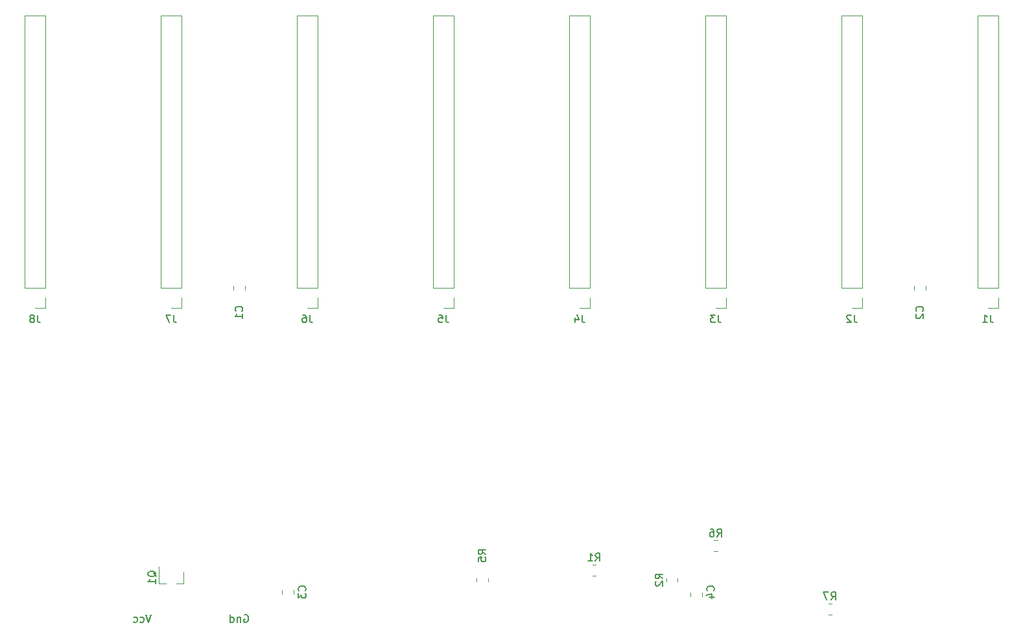
<source format=gbr>
%TF.GenerationSoftware,KiCad,Pcbnew,9.0.6*%
%TF.CreationDate,2026-01-09T18:10:27+03:00*%
%TF.ProjectId,Regs-v6,52656773-2d76-4362-9e6b-696361645f70,rev?*%
%TF.SameCoordinates,Original*%
%TF.FileFunction,Legend,Bot*%
%TF.FilePolarity,Positive*%
%FSLAX46Y46*%
G04 Gerber Fmt 4.6, Leading zero omitted, Abs format (unit mm)*
G04 Created by KiCad (PCBNEW 9.0.6) date 2026-01-09 18:10:27*
%MOMM*%
%LPD*%
G01*
G04 APERTURE LIST*
%ADD10C,0.150000*%
%ADD11C,0.120000*%
G04 APERTURE END LIST*
D10*
X43822857Y-103642438D02*
X43918095Y-103594819D01*
X43918095Y-103594819D02*
X44060952Y-103594819D01*
X44060952Y-103594819D02*
X44203809Y-103642438D01*
X44203809Y-103642438D02*
X44299047Y-103737676D01*
X44299047Y-103737676D02*
X44346666Y-103832914D01*
X44346666Y-103832914D02*
X44394285Y-104023390D01*
X44394285Y-104023390D02*
X44394285Y-104166247D01*
X44394285Y-104166247D02*
X44346666Y-104356723D01*
X44346666Y-104356723D02*
X44299047Y-104451961D01*
X44299047Y-104451961D02*
X44203809Y-104547200D01*
X44203809Y-104547200D02*
X44060952Y-104594819D01*
X44060952Y-104594819D02*
X43965714Y-104594819D01*
X43965714Y-104594819D02*
X43822857Y-104547200D01*
X43822857Y-104547200D02*
X43775238Y-104499580D01*
X43775238Y-104499580D02*
X43775238Y-104166247D01*
X43775238Y-104166247D02*
X43965714Y-104166247D01*
X43346666Y-103928152D02*
X43346666Y-104594819D01*
X43346666Y-104023390D02*
X43299047Y-103975771D01*
X43299047Y-103975771D02*
X43203809Y-103928152D01*
X43203809Y-103928152D02*
X43060952Y-103928152D01*
X43060952Y-103928152D02*
X42965714Y-103975771D01*
X42965714Y-103975771D02*
X42918095Y-104071009D01*
X42918095Y-104071009D02*
X42918095Y-104594819D01*
X42013333Y-104594819D02*
X42013333Y-103594819D01*
X42013333Y-104547200D02*
X42108571Y-104594819D01*
X42108571Y-104594819D02*
X42299047Y-104594819D01*
X42299047Y-104594819D02*
X42394285Y-104547200D01*
X42394285Y-104547200D02*
X42441904Y-104499580D01*
X42441904Y-104499580D02*
X42489523Y-104404342D01*
X42489523Y-104404342D02*
X42489523Y-104118628D01*
X42489523Y-104118628D02*
X42441904Y-104023390D01*
X42441904Y-104023390D02*
X42394285Y-103975771D01*
X42394285Y-103975771D02*
X42299047Y-103928152D01*
X42299047Y-103928152D02*
X42108571Y-103928152D01*
X42108571Y-103928152D02*
X42013333Y-103975771D01*
X31670475Y-103594819D02*
X31337142Y-104594819D01*
X31337142Y-104594819D02*
X31003809Y-103594819D01*
X30241904Y-104547200D02*
X30337142Y-104594819D01*
X30337142Y-104594819D02*
X30527618Y-104594819D01*
X30527618Y-104594819D02*
X30622856Y-104547200D01*
X30622856Y-104547200D02*
X30670475Y-104499580D01*
X30670475Y-104499580D02*
X30718094Y-104404342D01*
X30718094Y-104404342D02*
X30718094Y-104118628D01*
X30718094Y-104118628D02*
X30670475Y-104023390D01*
X30670475Y-104023390D02*
X30622856Y-103975771D01*
X30622856Y-103975771D02*
X30527618Y-103928152D01*
X30527618Y-103928152D02*
X30337142Y-103928152D01*
X30337142Y-103928152D02*
X30241904Y-103975771D01*
X29384761Y-104547200D02*
X29479999Y-104594819D01*
X29479999Y-104594819D02*
X29670475Y-104594819D01*
X29670475Y-104594819D02*
X29765713Y-104547200D01*
X29765713Y-104547200D02*
X29813332Y-104499580D01*
X29813332Y-104499580D02*
X29860951Y-104404342D01*
X29860951Y-104404342D02*
X29860951Y-104118628D01*
X29860951Y-104118628D02*
X29813332Y-104023390D01*
X29813332Y-104023390D02*
X29765713Y-103975771D01*
X29765713Y-103975771D02*
X29670475Y-103928152D01*
X29670475Y-103928152D02*
X29479999Y-103928152D01*
X29479999Y-103928152D02*
X29384761Y-103975771D01*
X75384819Y-95718333D02*
X74908628Y-95385000D01*
X75384819Y-95146905D02*
X74384819Y-95146905D01*
X74384819Y-95146905D02*
X74384819Y-95527857D01*
X74384819Y-95527857D02*
X74432438Y-95623095D01*
X74432438Y-95623095D02*
X74480057Y-95670714D01*
X74480057Y-95670714D02*
X74575295Y-95718333D01*
X74575295Y-95718333D02*
X74718152Y-95718333D01*
X74718152Y-95718333D02*
X74813390Y-95670714D01*
X74813390Y-95670714D02*
X74861009Y-95623095D01*
X74861009Y-95623095D02*
X74908628Y-95527857D01*
X74908628Y-95527857D02*
X74908628Y-95146905D01*
X74384819Y-96623095D02*
X74384819Y-96146905D01*
X74384819Y-96146905D02*
X74861009Y-96099286D01*
X74861009Y-96099286D02*
X74813390Y-96146905D01*
X74813390Y-96146905D02*
X74765771Y-96242143D01*
X74765771Y-96242143D02*
X74765771Y-96480238D01*
X74765771Y-96480238D02*
X74813390Y-96575476D01*
X74813390Y-96575476D02*
X74861009Y-96623095D01*
X74861009Y-96623095D02*
X74956247Y-96670714D01*
X74956247Y-96670714D02*
X75194342Y-96670714D01*
X75194342Y-96670714D02*
X75289580Y-96623095D01*
X75289580Y-96623095D02*
X75337200Y-96575476D01*
X75337200Y-96575476D02*
X75384819Y-96480238D01*
X75384819Y-96480238D02*
X75384819Y-96242143D01*
X75384819Y-96242143D02*
X75337200Y-96146905D01*
X75337200Y-96146905D02*
X75289580Y-96099286D01*
X105576666Y-93419819D02*
X105909999Y-92943628D01*
X106148094Y-93419819D02*
X106148094Y-92419819D01*
X106148094Y-92419819D02*
X105767142Y-92419819D01*
X105767142Y-92419819D02*
X105671904Y-92467438D01*
X105671904Y-92467438D02*
X105624285Y-92515057D01*
X105624285Y-92515057D02*
X105576666Y-92610295D01*
X105576666Y-92610295D02*
X105576666Y-92753152D01*
X105576666Y-92753152D02*
X105624285Y-92848390D01*
X105624285Y-92848390D02*
X105671904Y-92896009D01*
X105671904Y-92896009D02*
X105767142Y-92943628D01*
X105767142Y-92943628D02*
X106148094Y-92943628D01*
X104719523Y-92419819D02*
X104909999Y-92419819D01*
X104909999Y-92419819D02*
X105005237Y-92467438D01*
X105005237Y-92467438D02*
X105052856Y-92515057D01*
X105052856Y-92515057D02*
X105148094Y-92657914D01*
X105148094Y-92657914D02*
X105195713Y-92848390D01*
X105195713Y-92848390D02*
X105195713Y-93229342D01*
X105195713Y-93229342D02*
X105148094Y-93324580D01*
X105148094Y-93324580D02*
X105100475Y-93372200D01*
X105100475Y-93372200D02*
X105005237Y-93419819D01*
X105005237Y-93419819D02*
X104814761Y-93419819D01*
X104814761Y-93419819D02*
X104719523Y-93372200D01*
X104719523Y-93372200D02*
X104671904Y-93324580D01*
X104671904Y-93324580D02*
X104624285Y-93229342D01*
X104624285Y-93229342D02*
X104624285Y-92991247D01*
X104624285Y-92991247D02*
X104671904Y-92896009D01*
X104671904Y-92896009D02*
X104719523Y-92848390D01*
X104719523Y-92848390D02*
X104814761Y-92800771D01*
X104814761Y-92800771D02*
X105005237Y-92800771D01*
X105005237Y-92800771D02*
X105100475Y-92848390D01*
X105100475Y-92848390D02*
X105148094Y-92896009D01*
X105148094Y-92896009D02*
X105195713Y-92991247D01*
X43539580Y-63968333D02*
X43587200Y-63920714D01*
X43587200Y-63920714D02*
X43634819Y-63777857D01*
X43634819Y-63777857D02*
X43634819Y-63682619D01*
X43634819Y-63682619D02*
X43587200Y-63539762D01*
X43587200Y-63539762D02*
X43491961Y-63444524D01*
X43491961Y-63444524D02*
X43396723Y-63396905D01*
X43396723Y-63396905D02*
X43206247Y-63349286D01*
X43206247Y-63349286D02*
X43063390Y-63349286D01*
X43063390Y-63349286D02*
X42872914Y-63396905D01*
X42872914Y-63396905D02*
X42777676Y-63444524D01*
X42777676Y-63444524D02*
X42682438Y-63539762D01*
X42682438Y-63539762D02*
X42634819Y-63682619D01*
X42634819Y-63682619D02*
X42634819Y-63777857D01*
X42634819Y-63777857D02*
X42682438Y-63920714D01*
X42682438Y-63920714D02*
X42730057Y-63968333D01*
X43634819Y-64920714D02*
X43634819Y-64349286D01*
X43634819Y-64635000D02*
X42634819Y-64635000D01*
X42634819Y-64635000D02*
X42777676Y-64539762D01*
X42777676Y-64539762D02*
X42872914Y-64444524D01*
X42872914Y-64444524D02*
X42920533Y-64349286D01*
X132439580Y-63968333D02*
X132487200Y-63920714D01*
X132487200Y-63920714D02*
X132534819Y-63777857D01*
X132534819Y-63777857D02*
X132534819Y-63682619D01*
X132534819Y-63682619D02*
X132487200Y-63539762D01*
X132487200Y-63539762D02*
X132391961Y-63444524D01*
X132391961Y-63444524D02*
X132296723Y-63396905D01*
X132296723Y-63396905D02*
X132106247Y-63349286D01*
X132106247Y-63349286D02*
X131963390Y-63349286D01*
X131963390Y-63349286D02*
X131772914Y-63396905D01*
X131772914Y-63396905D02*
X131677676Y-63444524D01*
X131677676Y-63444524D02*
X131582438Y-63539762D01*
X131582438Y-63539762D02*
X131534819Y-63682619D01*
X131534819Y-63682619D02*
X131534819Y-63777857D01*
X131534819Y-63777857D02*
X131582438Y-63920714D01*
X131582438Y-63920714D02*
X131630057Y-63968333D01*
X131630057Y-64349286D02*
X131582438Y-64396905D01*
X131582438Y-64396905D02*
X131534819Y-64492143D01*
X131534819Y-64492143D02*
X131534819Y-64730238D01*
X131534819Y-64730238D02*
X131582438Y-64825476D01*
X131582438Y-64825476D02*
X131630057Y-64873095D01*
X131630057Y-64873095D02*
X131725295Y-64920714D01*
X131725295Y-64920714D02*
X131820533Y-64920714D01*
X131820533Y-64920714D02*
X131963390Y-64873095D01*
X131963390Y-64873095D02*
X132534819Y-64301667D01*
X132534819Y-64301667D02*
X132534819Y-64920714D01*
X51794580Y-100480833D02*
X51842200Y-100433214D01*
X51842200Y-100433214D02*
X51889819Y-100290357D01*
X51889819Y-100290357D02*
X51889819Y-100195119D01*
X51889819Y-100195119D02*
X51842200Y-100052262D01*
X51842200Y-100052262D02*
X51746961Y-99957024D01*
X51746961Y-99957024D02*
X51651723Y-99909405D01*
X51651723Y-99909405D02*
X51461247Y-99861786D01*
X51461247Y-99861786D02*
X51318390Y-99861786D01*
X51318390Y-99861786D02*
X51127914Y-99909405D01*
X51127914Y-99909405D02*
X51032676Y-99957024D01*
X51032676Y-99957024D02*
X50937438Y-100052262D01*
X50937438Y-100052262D02*
X50889819Y-100195119D01*
X50889819Y-100195119D02*
X50889819Y-100290357D01*
X50889819Y-100290357D02*
X50937438Y-100433214D01*
X50937438Y-100433214D02*
X50985057Y-100480833D01*
X50889819Y-100814167D02*
X50889819Y-101433214D01*
X50889819Y-101433214D02*
X51270771Y-101099881D01*
X51270771Y-101099881D02*
X51270771Y-101242738D01*
X51270771Y-101242738D02*
X51318390Y-101337976D01*
X51318390Y-101337976D02*
X51366009Y-101385595D01*
X51366009Y-101385595D02*
X51461247Y-101433214D01*
X51461247Y-101433214D02*
X51699342Y-101433214D01*
X51699342Y-101433214D02*
X51794580Y-101385595D01*
X51794580Y-101385595D02*
X51842200Y-101337976D01*
X51842200Y-101337976D02*
X51889819Y-101242738D01*
X51889819Y-101242738D02*
X51889819Y-100957024D01*
X51889819Y-100957024D02*
X51842200Y-100861786D01*
X51842200Y-100861786D02*
X51794580Y-100814167D01*
X105134580Y-100480833D02*
X105182200Y-100433214D01*
X105182200Y-100433214D02*
X105229819Y-100290357D01*
X105229819Y-100290357D02*
X105229819Y-100195119D01*
X105229819Y-100195119D02*
X105182200Y-100052262D01*
X105182200Y-100052262D02*
X105086961Y-99957024D01*
X105086961Y-99957024D02*
X104991723Y-99909405D01*
X104991723Y-99909405D02*
X104801247Y-99861786D01*
X104801247Y-99861786D02*
X104658390Y-99861786D01*
X104658390Y-99861786D02*
X104467914Y-99909405D01*
X104467914Y-99909405D02*
X104372676Y-99957024D01*
X104372676Y-99957024D02*
X104277438Y-100052262D01*
X104277438Y-100052262D02*
X104229819Y-100195119D01*
X104229819Y-100195119D02*
X104229819Y-100290357D01*
X104229819Y-100290357D02*
X104277438Y-100433214D01*
X104277438Y-100433214D02*
X104325057Y-100480833D01*
X104563152Y-101337976D02*
X105229819Y-101337976D01*
X104182200Y-101099881D02*
X104896485Y-100861786D01*
X104896485Y-100861786D02*
X104896485Y-101480833D01*
X32340057Y-98647261D02*
X32292438Y-98552023D01*
X32292438Y-98552023D02*
X32197200Y-98456785D01*
X32197200Y-98456785D02*
X32054342Y-98313928D01*
X32054342Y-98313928D02*
X32006723Y-98218690D01*
X32006723Y-98218690D02*
X32006723Y-98123452D01*
X32244819Y-98171071D02*
X32197200Y-98075833D01*
X32197200Y-98075833D02*
X32101961Y-97980595D01*
X32101961Y-97980595D02*
X31911485Y-97932976D01*
X31911485Y-97932976D02*
X31578152Y-97932976D01*
X31578152Y-97932976D02*
X31387676Y-97980595D01*
X31387676Y-97980595D02*
X31292438Y-98075833D01*
X31292438Y-98075833D02*
X31244819Y-98171071D01*
X31244819Y-98171071D02*
X31244819Y-98361547D01*
X31244819Y-98361547D02*
X31292438Y-98456785D01*
X31292438Y-98456785D02*
X31387676Y-98552023D01*
X31387676Y-98552023D02*
X31578152Y-98599642D01*
X31578152Y-98599642D02*
X31911485Y-98599642D01*
X31911485Y-98599642D02*
X32101961Y-98552023D01*
X32101961Y-98552023D02*
X32197200Y-98456785D01*
X32197200Y-98456785D02*
X32244819Y-98361547D01*
X32244819Y-98361547D02*
X32244819Y-98171071D01*
X32244819Y-99552023D02*
X32244819Y-98980595D01*
X32244819Y-99266309D02*
X31244819Y-99266309D01*
X31244819Y-99266309D02*
X31387676Y-99171071D01*
X31387676Y-99171071D02*
X31482914Y-99075833D01*
X31482914Y-99075833D02*
X31530533Y-98980595D01*
X120499166Y-101674819D02*
X120832499Y-101198628D01*
X121070594Y-101674819D02*
X121070594Y-100674819D01*
X121070594Y-100674819D02*
X120689642Y-100674819D01*
X120689642Y-100674819D02*
X120594404Y-100722438D01*
X120594404Y-100722438D02*
X120546785Y-100770057D01*
X120546785Y-100770057D02*
X120499166Y-100865295D01*
X120499166Y-100865295D02*
X120499166Y-101008152D01*
X120499166Y-101008152D02*
X120546785Y-101103390D01*
X120546785Y-101103390D02*
X120594404Y-101151009D01*
X120594404Y-101151009D02*
X120689642Y-101198628D01*
X120689642Y-101198628D02*
X121070594Y-101198628D01*
X120165832Y-100674819D02*
X119499166Y-100674819D01*
X119499166Y-100674819D02*
X119927737Y-101674819D01*
X141303333Y-64454819D02*
X141303333Y-65169104D01*
X141303333Y-65169104D02*
X141350952Y-65311961D01*
X141350952Y-65311961D02*
X141446190Y-65407200D01*
X141446190Y-65407200D02*
X141589047Y-65454819D01*
X141589047Y-65454819D02*
X141684285Y-65454819D01*
X140303333Y-65454819D02*
X140874761Y-65454819D01*
X140589047Y-65454819D02*
X140589047Y-64454819D01*
X140589047Y-64454819D02*
X140684285Y-64597676D01*
X140684285Y-64597676D02*
X140779523Y-64692914D01*
X140779523Y-64692914D02*
X140874761Y-64740533D01*
X123523333Y-64454819D02*
X123523333Y-65169104D01*
X123523333Y-65169104D02*
X123570952Y-65311961D01*
X123570952Y-65311961D02*
X123666190Y-65407200D01*
X123666190Y-65407200D02*
X123809047Y-65454819D01*
X123809047Y-65454819D02*
X123904285Y-65454819D01*
X123094761Y-64550057D02*
X123047142Y-64502438D01*
X123047142Y-64502438D02*
X122951904Y-64454819D01*
X122951904Y-64454819D02*
X122713809Y-64454819D01*
X122713809Y-64454819D02*
X122618571Y-64502438D01*
X122618571Y-64502438D02*
X122570952Y-64550057D01*
X122570952Y-64550057D02*
X122523333Y-64645295D01*
X122523333Y-64645295D02*
X122523333Y-64740533D01*
X122523333Y-64740533D02*
X122570952Y-64883390D01*
X122570952Y-64883390D02*
X123142380Y-65454819D01*
X123142380Y-65454819D02*
X122523333Y-65454819D01*
X105743333Y-64454819D02*
X105743333Y-65169104D01*
X105743333Y-65169104D02*
X105790952Y-65311961D01*
X105790952Y-65311961D02*
X105886190Y-65407200D01*
X105886190Y-65407200D02*
X106029047Y-65454819D01*
X106029047Y-65454819D02*
X106124285Y-65454819D01*
X105362380Y-64454819D02*
X104743333Y-64454819D01*
X104743333Y-64454819D02*
X105076666Y-64835771D01*
X105076666Y-64835771D02*
X104933809Y-64835771D01*
X104933809Y-64835771D02*
X104838571Y-64883390D01*
X104838571Y-64883390D02*
X104790952Y-64931009D01*
X104790952Y-64931009D02*
X104743333Y-65026247D01*
X104743333Y-65026247D02*
X104743333Y-65264342D01*
X104743333Y-65264342D02*
X104790952Y-65359580D01*
X104790952Y-65359580D02*
X104838571Y-65407200D01*
X104838571Y-65407200D02*
X104933809Y-65454819D01*
X104933809Y-65454819D02*
X105219523Y-65454819D01*
X105219523Y-65454819D02*
X105314761Y-65407200D01*
X105314761Y-65407200D02*
X105362380Y-65359580D01*
X87963333Y-64454819D02*
X87963333Y-65169104D01*
X87963333Y-65169104D02*
X88010952Y-65311961D01*
X88010952Y-65311961D02*
X88106190Y-65407200D01*
X88106190Y-65407200D02*
X88249047Y-65454819D01*
X88249047Y-65454819D02*
X88344285Y-65454819D01*
X87058571Y-64788152D02*
X87058571Y-65454819D01*
X87296666Y-64407200D02*
X87534761Y-65121485D01*
X87534761Y-65121485D02*
X86915714Y-65121485D01*
X70183333Y-64454819D02*
X70183333Y-65169104D01*
X70183333Y-65169104D02*
X70230952Y-65311961D01*
X70230952Y-65311961D02*
X70326190Y-65407200D01*
X70326190Y-65407200D02*
X70469047Y-65454819D01*
X70469047Y-65454819D02*
X70564285Y-65454819D01*
X69230952Y-64454819D02*
X69707142Y-64454819D01*
X69707142Y-64454819D02*
X69754761Y-64931009D01*
X69754761Y-64931009D02*
X69707142Y-64883390D01*
X69707142Y-64883390D02*
X69611904Y-64835771D01*
X69611904Y-64835771D02*
X69373809Y-64835771D01*
X69373809Y-64835771D02*
X69278571Y-64883390D01*
X69278571Y-64883390D02*
X69230952Y-64931009D01*
X69230952Y-64931009D02*
X69183333Y-65026247D01*
X69183333Y-65026247D02*
X69183333Y-65264342D01*
X69183333Y-65264342D02*
X69230952Y-65359580D01*
X69230952Y-65359580D02*
X69278571Y-65407200D01*
X69278571Y-65407200D02*
X69373809Y-65454819D01*
X69373809Y-65454819D02*
X69611904Y-65454819D01*
X69611904Y-65454819D02*
X69707142Y-65407200D01*
X69707142Y-65407200D02*
X69754761Y-65359580D01*
X52403333Y-64454819D02*
X52403333Y-65169104D01*
X52403333Y-65169104D02*
X52450952Y-65311961D01*
X52450952Y-65311961D02*
X52546190Y-65407200D01*
X52546190Y-65407200D02*
X52689047Y-65454819D01*
X52689047Y-65454819D02*
X52784285Y-65454819D01*
X51498571Y-64454819D02*
X51689047Y-64454819D01*
X51689047Y-64454819D02*
X51784285Y-64502438D01*
X51784285Y-64502438D02*
X51831904Y-64550057D01*
X51831904Y-64550057D02*
X51927142Y-64692914D01*
X51927142Y-64692914D02*
X51974761Y-64883390D01*
X51974761Y-64883390D02*
X51974761Y-65264342D01*
X51974761Y-65264342D02*
X51927142Y-65359580D01*
X51927142Y-65359580D02*
X51879523Y-65407200D01*
X51879523Y-65407200D02*
X51784285Y-65454819D01*
X51784285Y-65454819D02*
X51593809Y-65454819D01*
X51593809Y-65454819D02*
X51498571Y-65407200D01*
X51498571Y-65407200D02*
X51450952Y-65359580D01*
X51450952Y-65359580D02*
X51403333Y-65264342D01*
X51403333Y-65264342D02*
X51403333Y-65026247D01*
X51403333Y-65026247D02*
X51450952Y-64931009D01*
X51450952Y-64931009D02*
X51498571Y-64883390D01*
X51498571Y-64883390D02*
X51593809Y-64835771D01*
X51593809Y-64835771D02*
X51784285Y-64835771D01*
X51784285Y-64835771D02*
X51879523Y-64883390D01*
X51879523Y-64883390D02*
X51927142Y-64931009D01*
X51927142Y-64931009D02*
X51974761Y-65026247D01*
X34623333Y-64454819D02*
X34623333Y-65169104D01*
X34623333Y-65169104D02*
X34670952Y-65311961D01*
X34670952Y-65311961D02*
X34766190Y-65407200D01*
X34766190Y-65407200D02*
X34909047Y-65454819D01*
X34909047Y-65454819D02*
X35004285Y-65454819D01*
X34242380Y-64454819D02*
X33575714Y-64454819D01*
X33575714Y-64454819D02*
X34004285Y-65454819D01*
X16843333Y-64454819D02*
X16843333Y-65169104D01*
X16843333Y-65169104D02*
X16890952Y-65311961D01*
X16890952Y-65311961D02*
X16986190Y-65407200D01*
X16986190Y-65407200D02*
X17129047Y-65454819D01*
X17129047Y-65454819D02*
X17224285Y-65454819D01*
X16224285Y-64883390D02*
X16319523Y-64835771D01*
X16319523Y-64835771D02*
X16367142Y-64788152D01*
X16367142Y-64788152D02*
X16414761Y-64692914D01*
X16414761Y-64692914D02*
X16414761Y-64645295D01*
X16414761Y-64645295D02*
X16367142Y-64550057D01*
X16367142Y-64550057D02*
X16319523Y-64502438D01*
X16319523Y-64502438D02*
X16224285Y-64454819D01*
X16224285Y-64454819D02*
X16033809Y-64454819D01*
X16033809Y-64454819D02*
X15938571Y-64502438D01*
X15938571Y-64502438D02*
X15890952Y-64550057D01*
X15890952Y-64550057D02*
X15843333Y-64645295D01*
X15843333Y-64645295D02*
X15843333Y-64692914D01*
X15843333Y-64692914D02*
X15890952Y-64788152D01*
X15890952Y-64788152D02*
X15938571Y-64835771D01*
X15938571Y-64835771D02*
X16033809Y-64883390D01*
X16033809Y-64883390D02*
X16224285Y-64883390D01*
X16224285Y-64883390D02*
X16319523Y-64931009D01*
X16319523Y-64931009D02*
X16367142Y-64978628D01*
X16367142Y-64978628D02*
X16414761Y-65073866D01*
X16414761Y-65073866D02*
X16414761Y-65264342D01*
X16414761Y-65264342D02*
X16367142Y-65359580D01*
X16367142Y-65359580D02*
X16319523Y-65407200D01*
X16319523Y-65407200D02*
X16224285Y-65454819D01*
X16224285Y-65454819D02*
X16033809Y-65454819D01*
X16033809Y-65454819D02*
X15938571Y-65407200D01*
X15938571Y-65407200D02*
X15890952Y-65359580D01*
X15890952Y-65359580D02*
X15843333Y-65264342D01*
X15843333Y-65264342D02*
X15843333Y-65073866D01*
X15843333Y-65073866D02*
X15890952Y-64978628D01*
X15890952Y-64978628D02*
X15938571Y-64931009D01*
X15938571Y-64931009D02*
X16033809Y-64883390D01*
X89701666Y-96594819D02*
X90034999Y-96118628D01*
X90273094Y-96594819D02*
X90273094Y-95594819D01*
X90273094Y-95594819D02*
X89892142Y-95594819D01*
X89892142Y-95594819D02*
X89796904Y-95642438D01*
X89796904Y-95642438D02*
X89749285Y-95690057D01*
X89749285Y-95690057D02*
X89701666Y-95785295D01*
X89701666Y-95785295D02*
X89701666Y-95928152D01*
X89701666Y-95928152D02*
X89749285Y-96023390D01*
X89749285Y-96023390D02*
X89796904Y-96071009D01*
X89796904Y-96071009D02*
X89892142Y-96118628D01*
X89892142Y-96118628D02*
X90273094Y-96118628D01*
X88749285Y-96594819D02*
X89320713Y-96594819D01*
X89034999Y-96594819D02*
X89034999Y-95594819D01*
X89034999Y-95594819D02*
X89130237Y-95737676D01*
X89130237Y-95737676D02*
X89225475Y-95832914D01*
X89225475Y-95832914D02*
X89320713Y-95880533D01*
X98499819Y-98893333D02*
X98023628Y-98560000D01*
X98499819Y-98321905D02*
X97499819Y-98321905D01*
X97499819Y-98321905D02*
X97499819Y-98702857D01*
X97499819Y-98702857D02*
X97547438Y-98798095D01*
X97547438Y-98798095D02*
X97595057Y-98845714D01*
X97595057Y-98845714D02*
X97690295Y-98893333D01*
X97690295Y-98893333D02*
X97833152Y-98893333D01*
X97833152Y-98893333D02*
X97928390Y-98845714D01*
X97928390Y-98845714D02*
X97976009Y-98798095D01*
X97976009Y-98798095D02*
X98023628Y-98702857D01*
X98023628Y-98702857D02*
X98023628Y-98321905D01*
X97595057Y-99274286D02*
X97547438Y-99321905D01*
X97547438Y-99321905D02*
X97499819Y-99417143D01*
X97499819Y-99417143D02*
X97499819Y-99655238D01*
X97499819Y-99655238D02*
X97547438Y-99750476D01*
X97547438Y-99750476D02*
X97595057Y-99798095D01*
X97595057Y-99798095D02*
X97690295Y-99845714D01*
X97690295Y-99845714D02*
X97785533Y-99845714D01*
X97785533Y-99845714D02*
X97928390Y-99798095D01*
X97928390Y-99798095D02*
X98499819Y-99226667D01*
X98499819Y-99226667D02*
X98499819Y-99845714D01*
D11*
%TO.C,R5*%
X74195000Y-99287064D02*
X74195000Y-98832936D01*
X75665000Y-99287064D02*
X75665000Y-98832936D01*
%TO.C,R6*%
X105637064Y-93880000D02*
X105182936Y-93880000D01*
X105637064Y-95350000D02*
X105182936Y-95350000D01*
%TO.C,C1*%
X42445000Y-60698748D02*
X42445000Y-61221252D01*
X43915000Y-60698748D02*
X43915000Y-61221252D01*
%TO.C,C2*%
X131345000Y-60698748D02*
X131345000Y-61221252D01*
X132815000Y-60698748D02*
X132815000Y-61221252D01*
%TO.C,C3*%
X48795000Y-100386248D02*
X48795000Y-100908752D01*
X50265000Y-100386248D02*
X50265000Y-100908752D01*
%TO.C,C4*%
X102135000Y-100703748D02*
X102135000Y-101226252D01*
X103605000Y-100703748D02*
X103605000Y-101226252D01*
%TO.C,Q1*%
X32710000Y-99502500D02*
X32710000Y-97342500D01*
X32710000Y-99502500D02*
X33640000Y-99502500D01*
X35870000Y-99502500D02*
X34940000Y-99502500D01*
X35870000Y-99502500D02*
X35870000Y-98042500D01*
%TO.C,R7*%
X120559564Y-102135000D02*
X120105436Y-102135000D01*
X120559564Y-103605000D02*
X120105436Y-103605000D01*
%TO.C,J1*%
X139640000Y-25340000D02*
X142300000Y-25340000D01*
X139640000Y-60960000D02*
X139640000Y-25340000D01*
X139640000Y-60960000D02*
X142300000Y-60960000D01*
X140970000Y-63560000D02*
X142300000Y-63560000D01*
X142300000Y-60960000D02*
X142300000Y-25340000D01*
X142300000Y-63560000D02*
X142300000Y-62230000D01*
%TO.C,J2*%
X121860000Y-25340000D02*
X124520000Y-25340000D01*
X121860000Y-60960000D02*
X121860000Y-25340000D01*
X121860000Y-60960000D02*
X124520000Y-60960000D01*
X123190000Y-63560000D02*
X124520000Y-63560000D01*
X124520000Y-60960000D02*
X124520000Y-25340000D01*
X124520000Y-63560000D02*
X124520000Y-62230000D01*
%TO.C,J3*%
X104080000Y-25340000D02*
X106740000Y-25340000D01*
X104080000Y-60960000D02*
X104080000Y-25340000D01*
X104080000Y-60960000D02*
X106740000Y-60960000D01*
X105410000Y-63560000D02*
X106740000Y-63560000D01*
X106740000Y-60960000D02*
X106740000Y-25340000D01*
X106740000Y-63560000D02*
X106740000Y-62230000D01*
%TO.C,J4*%
X86300000Y-25340000D02*
X88960000Y-25340000D01*
X86300000Y-60960000D02*
X86300000Y-25340000D01*
X86300000Y-60960000D02*
X88960000Y-60960000D01*
X87630000Y-63560000D02*
X88960000Y-63560000D01*
X88960000Y-60960000D02*
X88960000Y-25340000D01*
X88960000Y-63560000D02*
X88960000Y-62230000D01*
%TO.C,J5*%
X68520000Y-25340000D02*
X71180000Y-25340000D01*
X68520000Y-60960000D02*
X68520000Y-25340000D01*
X68520000Y-60960000D02*
X71180000Y-60960000D01*
X69850000Y-63560000D02*
X71180000Y-63560000D01*
X71180000Y-60960000D02*
X71180000Y-25340000D01*
X71180000Y-63560000D02*
X71180000Y-62230000D01*
%TO.C,J6*%
X50740000Y-25340000D02*
X53400000Y-25340000D01*
X50740000Y-60960000D02*
X50740000Y-25340000D01*
X50740000Y-60960000D02*
X53400000Y-60960000D01*
X52070000Y-63560000D02*
X53400000Y-63560000D01*
X53400000Y-60960000D02*
X53400000Y-25340000D01*
X53400000Y-63560000D02*
X53400000Y-62230000D01*
%TO.C,J7*%
X32960000Y-25340000D02*
X35620000Y-25340000D01*
X32960000Y-60960000D02*
X32960000Y-25340000D01*
X32960000Y-60960000D02*
X35620000Y-60960000D01*
X34290000Y-63560000D02*
X35620000Y-63560000D01*
X35620000Y-60960000D02*
X35620000Y-25340000D01*
X35620000Y-63560000D02*
X35620000Y-62230000D01*
%TO.C,J8*%
X15180000Y-25340000D02*
X17840000Y-25340000D01*
X15180000Y-60960000D02*
X15180000Y-25340000D01*
X15180000Y-60960000D02*
X17840000Y-60960000D01*
X16510000Y-63560000D02*
X17840000Y-63560000D01*
X17840000Y-60960000D02*
X17840000Y-25340000D01*
X17840000Y-63560000D02*
X17840000Y-62230000D01*
%TO.C,R1*%
X89762064Y-97055000D02*
X89307936Y-97055000D01*
X89762064Y-98525000D02*
X89307936Y-98525000D01*
%TO.C,R2*%
X98960000Y-98832936D02*
X98960000Y-99287064D01*
X100430000Y-98832936D02*
X100430000Y-99287064D01*
%TD*%
M02*

</source>
